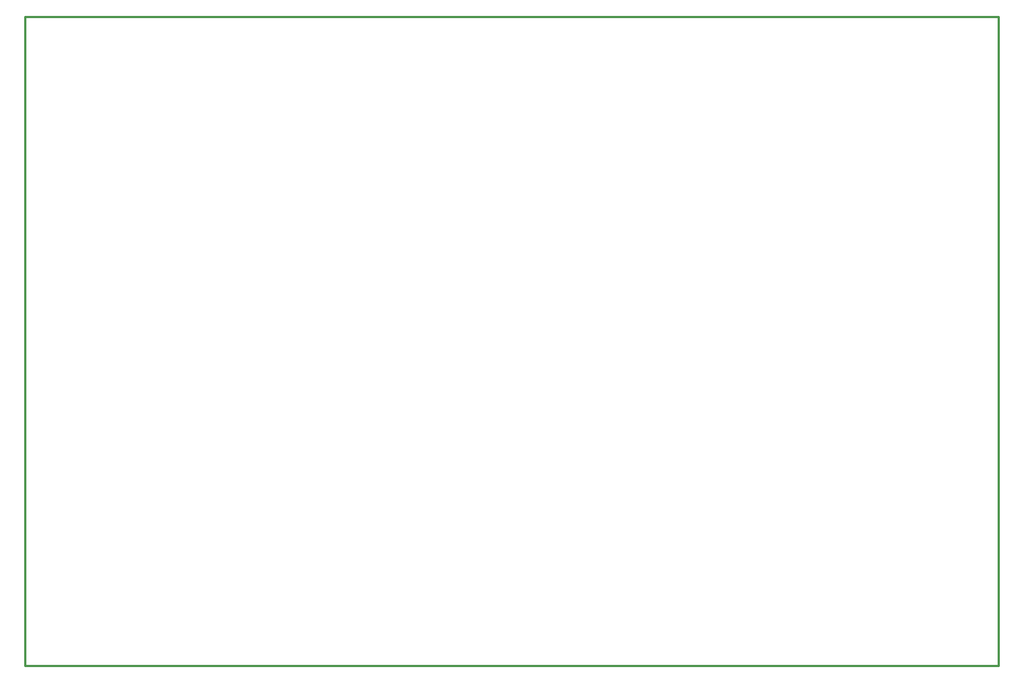
<source format=gbr>
G04 DesignSpark PCB Gerber Version 9.0 Build 5138 *
%FSLAX35Y35*%
%MOIN*%
%ADD10C,0.01200*%
X0Y0D02*
D02*
D10*
X600Y600D02*
X591151D01*
Y394301*
X600*
Y600*
X0Y0D02*
M02*

</source>
